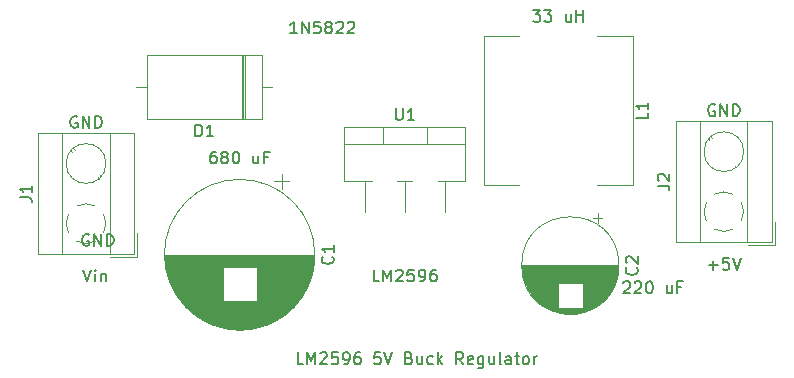
<source format=gbr>
%TF.GenerationSoftware,KiCad,Pcbnew,(6.0.2)*%
%TF.CreationDate,2022-08-07T03:14:06+03:00*%
%TF.ProjectId,LM2596_buck_5,4c4d3235-3936-45f6-9275-636b5f352e6b,v1.0*%
%TF.SameCoordinates,Original*%
%TF.FileFunction,Legend,Top*%
%TF.FilePolarity,Positive*%
%FSLAX46Y46*%
G04 Gerber Fmt 4.6, Leading zero omitted, Abs format (unit mm)*
G04 Created by KiCad (PCBNEW (6.0.2)) date 2022-08-07 03:14:06*
%MOMM*%
%LPD*%
G01*
G04 APERTURE LIST*
%ADD10C,0.150000*%
%ADD11C,0.120000*%
G04 APERTURE END LIST*
D10*
X122404761Y-116452380D02*
X121928571Y-116452380D01*
X121928571Y-115452380D01*
X122738095Y-116452380D02*
X122738095Y-115452380D01*
X123071428Y-116166666D01*
X123404761Y-115452380D01*
X123404761Y-116452380D01*
X123833333Y-115547619D02*
X123880952Y-115500000D01*
X123976190Y-115452380D01*
X124214285Y-115452380D01*
X124309523Y-115500000D01*
X124357142Y-115547619D01*
X124404761Y-115642857D01*
X124404761Y-115738095D01*
X124357142Y-115880952D01*
X123785714Y-116452380D01*
X124404761Y-116452380D01*
X125309523Y-115452380D02*
X124833333Y-115452380D01*
X124785714Y-115928571D01*
X124833333Y-115880952D01*
X124928571Y-115833333D01*
X125166666Y-115833333D01*
X125261904Y-115880952D01*
X125309523Y-115928571D01*
X125357142Y-116023809D01*
X125357142Y-116261904D01*
X125309523Y-116357142D01*
X125261904Y-116404761D01*
X125166666Y-116452380D01*
X124928571Y-116452380D01*
X124833333Y-116404761D01*
X124785714Y-116357142D01*
X125833333Y-116452380D02*
X126023809Y-116452380D01*
X126119047Y-116404761D01*
X126166666Y-116357142D01*
X126261904Y-116214285D01*
X126309523Y-116023809D01*
X126309523Y-115642857D01*
X126261904Y-115547619D01*
X126214285Y-115500000D01*
X126119047Y-115452380D01*
X125928571Y-115452380D01*
X125833333Y-115500000D01*
X125785714Y-115547619D01*
X125738095Y-115642857D01*
X125738095Y-115880952D01*
X125785714Y-115976190D01*
X125833333Y-116023809D01*
X125928571Y-116071428D01*
X126119047Y-116071428D01*
X126214285Y-116023809D01*
X126261904Y-115976190D01*
X126309523Y-115880952D01*
X127166666Y-115452380D02*
X126976190Y-115452380D01*
X126880952Y-115500000D01*
X126833333Y-115547619D01*
X126738095Y-115690476D01*
X126690476Y-115880952D01*
X126690476Y-116261904D01*
X126738095Y-116357142D01*
X126785714Y-116404761D01*
X126880952Y-116452380D01*
X127071428Y-116452380D01*
X127166666Y-116404761D01*
X127214285Y-116357142D01*
X127261904Y-116261904D01*
X127261904Y-116023809D01*
X127214285Y-115928571D01*
X127166666Y-115880952D01*
X127071428Y-115833333D01*
X126880952Y-115833333D01*
X126785714Y-115880952D01*
X126738095Y-115928571D01*
X126690476Y-116023809D01*
X128928571Y-115452380D02*
X128452380Y-115452380D01*
X128404761Y-115928571D01*
X128452380Y-115880952D01*
X128547619Y-115833333D01*
X128785714Y-115833333D01*
X128880952Y-115880952D01*
X128928571Y-115928571D01*
X128976190Y-116023809D01*
X128976190Y-116261904D01*
X128928571Y-116357142D01*
X128880952Y-116404761D01*
X128785714Y-116452380D01*
X128547619Y-116452380D01*
X128452380Y-116404761D01*
X128404761Y-116357142D01*
X129261904Y-115452380D02*
X129595238Y-116452380D01*
X129928571Y-115452380D01*
X131357142Y-115928571D02*
X131500000Y-115976190D01*
X131547619Y-116023809D01*
X131595238Y-116119047D01*
X131595238Y-116261904D01*
X131547619Y-116357142D01*
X131500000Y-116404761D01*
X131404761Y-116452380D01*
X131023809Y-116452380D01*
X131023809Y-115452380D01*
X131357142Y-115452380D01*
X131452380Y-115500000D01*
X131500000Y-115547619D01*
X131547619Y-115642857D01*
X131547619Y-115738095D01*
X131500000Y-115833333D01*
X131452380Y-115880952D01*
X131357142Y-115928571D01*
X131023809Y-115928571D01*
X132452380Y-115785714D02*
X132452380Y-116452380D01*
X132023809Y-115785714D02*
X132023809Y-116309523D01*
X132071428Y-116404761D01*
X132166666Y-116452380D01*
X132309523Y-116452380D01*
X132404761Y-116404761D01*
X132452380Y-116357142D01*
X133357142Y-116404761D02*
X133261904Y-116452380D01*
X133071428Y-116452380D01*
X132976190Y-116404761D01*
X132928571Y-116357142D01*
X132880952Y-116261904D01*
X132880952Y-115976190D01*
X132928571Y-115880952D01*
X132976190Y-115833333D01*
X133071428Y-115785714D01*
X133261904Y-115785714D01*
X133357142Y-115833333D01*
X133785714Y-116452380D02*
X133785714Y-115452380D01*
X133880952Y-116071428D02*
X134166666Y-116452380D01*
X134166666Y-115785714D02*
X133785714Y-116166666D01*
X135928571Y-116452380D02*
X135595238Y-115976190D01*
X135357142Y-116452380D02*
X135357142Y-115452380D01*
X135738095Y-115452380D01*
X135833333Y-115500000D01*
X135880952Y-115547619D01*
X135928571Y-115642857D01*
X135928571Y-115785714D01*
X135880952Y-115880952D01*
X135833333Y-115928571D01*
X135738095Y-115976190D01*
X135357142Y-115976190D01*
X136738095Y-116404761D02*
X136642857Y-116452380D01*
X136452380Y-116452380D01*
X136357142Y-116404761D01*
X136309523Y-116309523D01*
X136309523Y-115928571D01*
X136357142Y-115833333D01*
X136452380Y-115785714D01*
X136642857Y-115785714D01*
X136738095Y-115833333D01*
X136785714Y-115928571D01*
X136785714Y-116023809D01*
X136309523Y-116119047D01*
X137642857Y-115785714D02*
X137642857Y-116595238D01*
X137595238Y-116690476D01*
X137547619Y-116738095D01*
X137452380Y-116785714D01*
X137309523Y-116785714D01*
X137214285Y-116738095D01*
X137642857Y-116404761D02*
X137547619Y-116452380D01*
X137357142Y-116452380D01*
X137261904Y-116404761D01*
X137214285Y-116357142D01*
X137166666Y-116261904D01*
X137166666Y-115976190D01*
X137214285Y-115880952D01*
X137261904Y-115833333D01*
X137357142Y-115785714D01*
X137547619Y-115785714D01*
X137642857Y-115833333D01*
X138547619Y-115785714D02*
X138547619Y-116452380D01*
X138119047Y-115785714D02*
X138119047Y-116309523D01*
X138166666Y-116404761D01*
X138261904Y-116452380D01*
X138404761Y-116452380D01*
X138500000Y-116404761D01*
X138547619Y-116357142D01*
X139166666Y-116452380D02*
X139071428Y-116404761D01*
X139023809Y-116309523D01*
X139023809Y-115452380D01*
X139976190Y-116452380D02*
X139976190Y-115928571D01*
X139928571Y-115833333D01*
X139833333Y-115785714D01*
X139642857Y-115785714D01*
X139547619Y-115833333D01*
X139976190Y-116404761D02*
X139880952Y-116452380D01*
X139642857Y-116452380D01*
X139547619Y-116404761D01*
X139500000Y-116309523D01*
X139500000Y-116214285D01*
X139547619Y-116119047D01*
X139642857Y-116071428D01*
X139880952Y-116071428D01*
X139976190Y-116023809D01*
X140309523Y-115785714D02*
X140690476Y-115785714D01*
X140452380Y-115452380D02*
X140452380Y-116309523D01*
X140500000Y-116404761D01*
X140595238Y-116452380D01*
X140690476Y-116452380D01*
X141166666Y-116452380D02*
X141071428Y-116404761D01*
X141023809Y-116357142D01*
X140976190Y-116261904D01*
X140976190Y-115976190D01*
X141023809Y-115880952D01*
X141071428Y-115833333D01*
X141166666Y-115785714D01*
X141309523Y-115785714D01*
X141404761Y-115833333D01*
X141452380Y-115880952D01*
X141500000Y-115976190D01*
X141500000Y-116261904D01*
X141452380Y-116357142D01*
X141404761Y-116404761D01*
X141309523Y-116452380D01*
X141166666Y-116452380D01*
X141928571Y-116452380D02*
X141928571Y-115785714D01*
X141928571Y-115976190D02*
X141976190Y-115880952D01*
X142023809Y-115833333D01*
X142119047Y-115785714D01*
X142214285Y-115785714D01*
X103238095Y-95500000D02*
X103142857Y-95452380D01*
X103000000Y-95452380D01*
X102857142Y-95500000D01*
X102761904Y-95595238D01*
X102714285Y-95690476D01*
X102666666Y-95880952D01*
X102666666Y-96023809D01*
X102714285Y-96214285D01*
X102761904Y-96309523D01*
X102857142Y-96404761D01*
X103000000Y-96452380D01*
X103095238Y-96452380D01*
X103238095Y-96404761D01*
X103285714Y-96357142D01*
X103285714Y-96023809D01*
X103095238Y-96023809D01*
X103714285Y-96452380D02*
X103714285Y-95452380D01*
X104285714Y-96452380D01*
X104285714Y-95452380D01*
X104761904Y-96452380D02*
X104761904Y-95452380D01*
X105000000Y-95452380D01*
X105142857Y-95500000D01*
X105238095Y-95595238D01*
X105285714Y-95690476D01*
X105333333Y-95880952D01*
X105333333Y-96023809D01*
X105285714Y-96214285D01*
X105238095Y-96309523D01*
X105142857Y-96404761D01*
X105000000Y-96452380D01*
X104761904Y-96452380D01*
X157238095Y-94500000D02*
X157142857Y-94452380D01*
X157000000Y-94452380D01*
X156857142Y-94500000D01*
X156761904Y-94595238D01*
X156714285Y-94690476D01*
X156666666Y-94880952D01*
X156666666Y-95023809D01*
X156714285Y-95214285D01*
X156761904Y-95309523D01*
X156857142Y-95404761D01*
X157000000Y-95452380D01*
X157095238Y-95452380D01*
X157238095Y-95404761D01*
X157285714Y-95357142D01*
X157285714Y-95023809D01*
X157095238Y-95023809D01*
X157714285Y-95452380D02*
X157714285Y-94452380D01*
X158285714Y-95452380D01*
X158285714Y-94452380D01*
X158761904Y-95452380D02*
X158761904Y-94452380D01*
X159000000Y-94452380D01*
X159142857Y-94500000D01*
X159238095Y-94595238D01*
X159285714Y-94690476D01*
X159333333Y-94880952D01*
X159333333Y-95023809D01*
X159285714Y-95214285D01*
X159238095Y-95309523D01*
X159142857Y-95404761D01*
X159000000Y-95452380D01*
X158761904Y-95452380D01*
X104238095Y-105500000D02*
X104142857Y-105452380D01*
X104000000Y-105452380D01*
X103857142Y-105500000D01*
X103761904Y-105595238D01*
X103714285Y-105690476D01*
X103666666Y-105880952D01*
X103666666Y-106023809D01*
X103714285Y-106214285D01*
X103761904Y-106309523D01*
X103857142Y-106404761D01*
X104000000Y-106452380D01*
X104095238Y-106452380D01*
X104238095Y-106404761D01*
X104285714Y-106357142D01*
X104285714Y-106023809D01*
X104095238Y-106023809D01*
X104714285Y-106452380D02*
X104714285Y-105452380D01*
X105285714Y-106452380D01*
X105285714Y-105452380D01*
X105761904Y-106452380D02*
X105761904Y-105452380D01*
X106000000Y-105452380D01*
X106142857Y-105500000D01*
X106238095Y-105595238D01*
X106285714Y-105690476D01*
X106333333Y-105880952D01*
X106333333Y-106023809D01*
X106285714Y-106214285D01*
X106238095Y-106309523D01*
X106142857Y-106404761D01*
X106000000Y-106452380D01*
X105761904Y-106452380D01*
X114976190Y-98452380D02*
X114785714Y-98452380D01*
X114690476Y-98500000D01*
X114642857Y-98547619D01*
X114547619Y-98690476D01*
X114500000Y-98880952D01*
X114500000Y-99261904D01*
X114547619Y-99357142D01*
X114595238Y-99404761D01*
X114690476Y-99452380D01*
X114880952Y-99452380D01*
X114976190Y-99404761D01*
X115023809Y-99357142D01*
X115071428Y-99261904D01*
X115071428Y-99023809D01*
X115023809Y-98928571D01*
X114976190Y-98880952D01*
X114880952Y-98833333D01*
X114690476Y-98833333D01*
X114595238Y-98880952D01*
X114547619Y-98928571D01*
X114500000Y-99023809D01*
X115642857Y-98880952D02*
X115547619Y-98833333D01*
X115500000Y-98785714D01*
X115452380Y-98690476D01*
X115452380Y-98642857D01*
X115500000Y-98547619D01*
X115547619Y-98500000D01*
X115642857Y-98452380D01*
X115833333Y-98452380D01*
X115928571Y-98500000D01*
X115976190Y-98547619D01*
X116023809Y-98642857D01*
X116023809Y-98690476D01*
X115976190Y-98785714D01*
X115928571Y-98833333D01*
X115833333Y-98880952D01*
X115642857Y-98880952D01*
X115547619Y-98928571D01*
X115500000Y-98976190D01*
X115452380Y-99071428D01*
X115452380Y-99261904D01*
X115500000Y-99357142D01*
X115547619Y-99404761D01*
X115642857Y-99452380D01*
X115833333Y-99452380D01*
X115928571Y-99404761D01*
X115976190Y-99357142D01*
X116023809Y-99261904D01*
X116023809Y-99071428D01*
X115976190Y-98976190D01*
X115928571Y-98928571D01*
X115833333Y-98880952D01*
X116642857Y-98452380D02*
X116738095Y-98452380D01*
X116833333Y-98500000D01*
X116880952Y-98547619D01*
X116928571Y-98642857D01*
X116976190Y-98833333D01*
X116976190Y-99071428D01*
X116928571Y-99261904D01*
X116880952Y-99357142D01*
X116833333Y-99404761D01*
X116738095Y-99452380D01*
X116642857Y-99452380D01*
X116547619Y-99404761D01*
X116500000Y-99357142D01*
X116452380Y-99261904D01*
X116404761Y-99071428D01*
X116404761Y-98833333D01*
X116452380Y-98642857D01*
X116500000Y-98547619D01*
X116547619Y-98500000D01*
X116642857Y-98452380D01*
X118595238Y-98785714D02*
X118595238Y-99452380D01*
X118166666Y-98785714D02*
X118166666Y-99309523D01*
X118214285Y-99404761D01*
X118309523Y-99452380D01*
X118452380Y-99452380D01*
X118547619Y-99404761D01*
X118595238Y-99357142D01*
X119404761Y-98928571D02*
X119071428Y-98928571D01*
X119071428Y-99452380D02*
X119071428Y-98452380D01*
X119547619Y-98452380D01*
X128833333Y-109452380D02*
X128357142Y-109452380D01*
X128357142Y-108452380D01*
X129166666Y-109452380D02*
X129166666Y-108452380D01*
X129500000Y-109166666D01*
X129833333Y-108452380D01*
X129833333Y-109452380D01*
X130261904Y-108547619D02*
X130309523Y-108500000D01*
X130404761Y-108452380D01*
X130642857Y-108452380D01*
X130738095Y-108500000D01*
X130785714Y-108547619D01*
X130833333Y-108642857D01*
X130833333Y-108738095D01*
X130785714Y-108880952D01*
X130214285Y-109452380D01*
X130833333Y-109452380D01*
X131738095Y-108452380D02*
X131261904Y-108452380D01*
X131214285Y-108928571D01*
X131261904Y-108880952D01*
X131357142Y-108833333D01*
X131595238Y-108833333D01*
X131690476Y-108880952D01*
X131738095Y-108928571D01*
X131785714Y-109023809D01*
X131785714Y-109261904D01*
X131738095Y-109357142D01*
X131690476Y-109404761D01*
X131595238Y-109452380D01*
X131357142Y-109452380D01*
X131261904Y-109404761D01*
X131214285Y-109357142D01*
X132261904Y-109452380D02*
X132452380Y-109452380D01*
X132547619Y-109404761D01*
X132595238Y-109357142D01*
X132690476Y-109214285D01*
X132738095Y-109023809D01*
X132738095Y-108642857D01*
X132690476Y-108547619D01*
X132642857Y-108500000D01*
X132547619Y-108452380D01*
X132357142Y-108452380D01*
X132261904Y-108500000D01*
X132214285Y-108547619D01*
X132166666Y-108642857D01*
X132166666Y-108880952D01*
X132214285Y-108976190D01*
X132261904Y-109023809D01*
X132357142Y-109071428D01*
X132547619Y-109071428D01*
X132642857Y-109023809D01*
X132690476Y-108976190D01*
X132738095Y-108880952D01*
X133595238Y-108452380D02*
X133404761Y-108452380D01*
X133309523Y-108500000D01*
X133261904Y-108547619D01*
X133166666Y-108690476D01*
X133119047Y-108880952D01*
X133119047Y-109261904D01*
X133166666Y-109357142D01*
X133214285Y-109404761D01*
X133309523Y-109452380D01*
X133500000Y-109452380D01*
X133595238Y-109404761D01*
X133642857Y-109357142D01*
X133690476Y-109261904D01*
X133690476Y-109023809D01*
X133642857Y-108928571D01*
X133595238Y-108880952D01*
X133500000Y-108833333D01*
X133309523Y-108833333D01*
X133214285Y-108880952D01*
X133166666Y-108928571D01*
X133119047Y-109023809D01*
X149500000Y-109547619D02*
X149547619Y-109500000D01*
X149642857Y-109452380D01*
X149880952Y-109452380D01*
X149976190Y-109500000D01*
X150023809Y-109547619D01*
X150071428Y-109642857D01*
X150071428Y-109738095D01*
X150023809Y-109880952D01*
X149452380Y-110452380D01*
X150071428Y-110452380D01*
X150452380Y-109547619D02*
X150500000Y-109500000D01*
X150595238Y-109452380D01*
X150833333Y-109452380D01*
X150928571Y-109500000D01*
X150976190Y-109547619D01*
X151023809Y-109642857D01*
X151023809Y-109738095D01*
X150976190Y-109880952D01*
X150404761Y-110452380D01*
X151023809Y-110452380D01*
X151642857Y-109452380D02*
X151738095Y-109452380D01*
X151833333Y-109500000D01*
X151880952Y-109547619D01*
X151928571Y-109642857D01*
X151976190Y-109833333D01*
X151976190Y-110071428D01*
X151928571Y-110261904D01*
X151880952Y-110357142D01*
X151833333Y-110404761D01*
X151738095Y-110452380D01*
X151642857Y-110452380D01*
X151547619Y-110404761D01*
X151500000Y-110357142D01*
X151452380Y-110261904D01*
X151404761Y-110071428D01*
X151404761Y-109833333D01*
X151452380Y-109642857D01*
X151500000Y-109547619D01*
X151547619Y-109500000D01*
X151642857Y-109452380D01*
X153595238Y-109785714D02*
X153595238Y-110452380D01*
X153166666Y-109785714D02*
X153166666Y-110309523D01*
X153214285Y-110404761D01*
X153309523Y-110452380D01*
X153452380Y-110452380D01*
X153547619Y-110404761D01*
X153595238Y-110357142D01*
X154404761Y-109928571D02*
X154071428Y-109928571D01*
X154071428Y-110452380D02*
X154071428Y-109452380D01*
X154547619Y-109452380D01*
X156714285Y-108071428D02*
X157476190Y-108071428D01*
X157095238Y-108452380D02*
X157095238Y-107690476D01*
X158428571Y-107452380D02*
X157952380Y-107452380D01*
X157904761Y-107928571D01*
X157952380Y-107880952D01*
X158047619Y-107833333D01*
X158285714Y-107833333D01*
X158380952Y-107880952D01*
X158428571Y-107928571D01*
X158476190Y-108023809D01*
X158476190Y-108261904D01*
X158428571Y-108357142D01*
X158380952Y-108404761D01*
X158285714Y-108452380D01*
X158047619Y-108452380D01*
X157952380Y-108404761D01*
X157904761Y-108357142D01*
X158761904Y-107452380D02*
X159095238Y-108452380D01*
X159428571Y-107452380D01*
X141833333Y-86452380D02*
X142452380Y-86452380D01*
X142119047Y-86833333D01*
X142261904Y-86833333D01*
X142357142Y-86880952D01*
X142404761Y-86928571D01*
X142452380Y-87023809D01*
X142452380Y-87261904D01*
X142404761Y-87357142D01*
X142357142Y-87404761D01*
X142261904Y-87452380D01*
X141976190Y-87452380D01*
X141880952Y-87404761D01*
X141833333Y-87357142D01*
X142785714Y-86452380D02*
X143404761Y-86452380D01*
X143071428Y-86833333D01*
X143214285Y-86833333D01*
X143309523Y-86880952D01*
X143357142Y-86928571D01*
X143404761Y-87023809D01*
X143404761Y-87261904D01*
X143357142Y-87357142D01*
X143309523Y-87404761D01*
X143214285Y-87452380D01*
X142928571Y-87452380D01*
X142833333Y-87404761D01*
X142785714Y-87357142D01*
X145023809Y-86785714D02*
X145023809Y-87452380D01*
X144595238Y-86785714D02*
X144595238Y-87309523D01*
X144642857Y-87404761D01*
X144738095Y-87452380D01*
X144880952Y-87452380D01*
X144976190Y-87404761D01*
X145023809Y-87357142D01*
X145500000Y-87452380D02*
X145500000Y-86452380D01*
X145500000Y-86928571D02*
X146071428Y-86928571D01*
X146071428Y-87452380D02*
X146071428Y-86452380D01*
X121857142Y-88452380D02*
X121285714Y-88452380D01*
X121571428Y-88452380D02*
X121571428Y-87452380D01*
X121476190Y-87595238D01*
X121380952Y-87690476D01*
X121285714Y-87738095D01*
X122285714Y-88452380D02*
X122285714Y-87452380D01*
X122857142Y-88452380D01*
X122857142Y-87452380D01*
X123809523Y-87452380D02*
X123333333Y-87452380D01*
X123285714Y-87928571D01*
X123333333Y-87880952D01*
X123428571Y-87833333D01*
X123666666Y-87833333D01*
X123761904Y-87880952D01*
X123809523Y-87928571D01*
X123857142Y-88023809D01*
X123857142Y-88261904D01*
X123809523Y-88357142D01*
X123761904Y-88404761D01*
X123666666Y-88452380D01*
X123428571Y-88452380D01*
X123333333Y-88404761D01*
X123285714Y-88357142D01*
X124428571Y-87880952D02*
X124333333Y-87833333D01*
X124285714Y-87785714D01*
X124238095Y-87690476D01*
X124238095Y-87642857D01*
X124285714Y-87547619D01*
X124333333Y-87500000D01*
X124428571Y-87452380D01*
X124619047Y-87452380D01*
X124714285Y-87500000D01*
X124761904Y-87547619D01*
X124809523Y-87642857D01*
X124809523Y-87690476D01*
X124761904Y-87785714D01*
X124714285Y-87833333D01*
X124619047Y-87880952D01*
X124428571Y-87880952D01*
X124333333Y-87928571D01*
X124285714Y-87976190D01*
X124238095Y-88071428D01*
X124238095Y-88261904D01*
X124285714Y-88357142D01*
X124333333Y-88404761D01*
X124428571Y-88452380D01*
X124619047Y-88452380D01*
X124714285Y-88404761D01*
X124761904Y-88357142D01*
X124809523Y-88261904D01*
X124809523Y-88071428D01*
X124761904Y-87976190D01*
X124714285Y-87928571D01*
X124619047Y-87880952D01*
X125190476Y-87547619D02*
X125238095Y-87500000D01*
X125333333Y-87452380D01*
X125571428Y-87452380D01*
X125666666Y-87500000D01*
X125714285Y-87547619D01*
X125761904Y-87642857D01*
X125761904Y-87738095D01*
X125714285Y-87880952D01*
X125142857Y-88452380D01*
X125761904Y-88452380D01*
X126142857Y-87547619D02*
X126190476Y-87500000D01*
X126285714Y-87452380D01*
X126523809Y-87452380D01*
X126619047Y-87500000D01*
X126666666Y-87547619D01*
X126714285Y-87642857D01*
X126714285Y-87738095D01*
X126666666Y-87880952D01*
X126095238Y-88452380D01*
X126714285Y-88452380D01*
X103765279Y-108452380D02*
X104098612Y-109452380D01*
X104431946Y-108452380D01*
X104765279Y-109452380D02*
X104765279Y-108785714D01*
X104765279Y-108452380D02*
X104717660Y-108500000D01*
X104765279Y-108547619D01*
X104812898Y-108500000D01*
X104765279Y-108452380D01*
X104765279Y-108547619D01*
X105241469Y-108785714D02*
X105241469Y-109452380D01*
X105241469Y-108880952D02*
X105289089Y-108833333D01*
X105384327Y-108785714D01*
X105527184Y-108785714D01*
X105622422Y-108833333D01*
X105670041Y-108928571D01*
X105670041Y-109452380D01*
%TO.C,J2*%
X152392380Y-101338333D02*
X153106666Y-101338333D01*
X153249523Y-101385952D01*
X153344761Y-101481190D01*
X153392380Y-101624047D01*
X153392380Y-101719285D01*
X152487619Y-100909761D02*
X152440000Y-100862142D01*
X152392380Y-100766904D01*
X152392380Y-100528809D01*
X152440000Y-100433571D01*
X152487619Y-100385952D01*
X152582857Y-100338333D01*
X152678095Y-100338333D01*
X152820952Y-100385952D01*
X153392380Y-100957380D01*
X153392380Y-100338333D01*
%TO.C,U1*%
X130238095Y-94782380D02*
X130238095Y-95591904D01*
X130285714Y-95687142D01*
X130333333Y-95734761D01*
X130428571Y-95782380D01*
X130619047Y-95782380D01*
X130714285Y-95734761D01*
X130761904Y-95687142D01*
X130809523Y-95591904D01*
X130809523Y-94782380D01*
X131809523Y-95782380D02*
X131238095Y-95782380D01*
X131523809Y-95782380D02*
X131523809Y-94782380D01*
X131428571Y-94925238D01*
X131333333Y-95020476D01*
X131238095Y-95068095D01*
%TO.C,C2*%
X150607142Y-108264015D02*
X150654761Y-108311634D01*
X150702380Y-108454491D01*
X150702380Y-108549729D01*
X150654761Y-108692587D01*
X150559523Y-108787825D01*
X150464285Y-108835444D01*
X150273809Y-108883063D01*
X150130952Y-108883063D01*
X149940476Y-108835444D01*
X149845238Y-108787825D01*
X149750000Y-108692587D01*
X149702380Y-108549729D01*
X149702380Y-108454491D01*
X149750000Y-108311634D01*
X149797619Y-108264015D01*
X149797619Y-107883063D02*
X149750000Y-107835444D01*
X149702380Y-107740206D01*
X149702380Y-107502110D01*
X149750000Y-107406872D01*
X149797619Y-107359253D01*
X149892857Y-107311634D01*
X149988095Y-107311634D01*
X150130952Y-107359253D01*
X150702380Y-107930682D01*
X150702380Y-107311634D01*
%TO.C,J1*%
X98392380Y-102338333D02*
X99106666Y-102338333D01*
X99249523Y-102385952D01*
X99344761Y-102481190D01*
X99392380Y-102624047D01*
X99392380Y-102719285D01*
X99392380Y-101338333D02*
X99392380Y-101909761D01*
X99392380Y-101624047D02*
X98392380Y-101624047D01*
X98535238Y-101719285D01*
X98630476Y-101814523D01*
X98678095Y-101909761D01*
%TO.C,D1*%
X113261904Y-97172380D02*
X113261904Y-96172380D01*
X113500000Y-96172380D01*
X113642857Y-96220000D01*
X113738095Y-96315238D01*
X113785714Y-96410476D01*
X113833333Y-96600952D01*
X113833333Y-96743809D01*
X113785714Y-96934285D01*
X113738095Y-97029523D01*
X113642857Y-97124761D01*
X113500000Y-97172380D01*
X113261904Y-97172380D01*
X114785714Y-97172380D02*
X114214285Y-97172380D01*
X114500000Y-97172380D02*
X114500000Y-96172380D01*
X114404761Y-96315238D01*
X114309523Y-96410476D01*
X114214285Y-96458095D01*
%TO.C,L1*%
X151552380Y-95166666D02*
X151552380Y-95642857D01*
X150552380Y-95642857D01*
X151552380Y-94309523D02*
X151552380Y-94880952D01*
X151552380Y-94595238D02*
X150552380Y-94595238D01*
X150695238Y-94690476D01*
X150790476Y-94785714D01*
X150838095Y-94880952D01*
%TO.C,C1*%
X124857142Y-107342707D02*
X124904761Y-107390326D01*
X124952380Y-107533183D01*
X124952380Y-107628421D01*
X124904761Y-107771279D01*
X124809523Y-107866517D01*
X124714285Y-107914136D01*
X124523809Y-107961755D01*
X124380952Y-107961755D01*
X124190476Y-107914136D01*
X124095238Y-107866517D01*
X124000000Y-107771279D01*
X123952380Y-107628421D01*
X123952380Y-107533183D01*
X124000000Y-107390326D01*
X124047619Y-107342707D01*
X124952380Y-106390326D02*
X124952380Y-106961755D01*
X124952380Y-106676041D02*
X123952380Y-106676041D01*
X124095238Y-106771279D01*
X124190476Y-106866517D01*
X124238095Y-106961755D01*
D11*
%TO.C,J2*%
X156000000Y-106145000D02*
X156000000Y-95865000D01*
X160000000Y-106145000D02*
X160000000Y-95865000D01*
X153940000Y-106145000D02*
X162060000Y-106145000D01*
X162300000Y-106385000D02*
X162300000Y-104385000D01*
X158976000Y-99645000D02*
X159069000Y-99739000D01*
X162060000Y-106145000D02*
X162060000Y-95865000D01*
X156931000Y-97190000D02*
X157024000Y-97284000D01*
X159216000Y-99475000D02*
X159274000Y-99534000D01*
X153940000Y-95865000D02*
X162060000Y-95865000D01*
X153940000Y-106145000D02*
X153940000Y-95865000D01*
X160060000Y-106385000D02*
X162300000Y-106385000D01*
X156725000Y-97395000D02*
X156784000Y-97454000D01*
X156516000Y-102756000D02*
G75*
G03*
X156516047Y-104334089I1483995J-789000D01*
G01*
X158789000Y-102061000D02*
G75*
G03*
X157210911Y-102061047I-789000J-1483995D01*
G01*
X159680000Y-103545000D02*
G75*
G03*
X159483352Y-102756288I-1679991J2D01*
G01*
X159484000Y-104334000D02*
G75*
G03*
X159680450Y-103515617I-1483995J788998D01*
G01*
X157211000Y-105029000D02*
G75*
G03*
X158789089Y-105028953I789000J1483995D01*
G01*
X159680000Y-98465000D02*
G75*
G03*
X159680000Y-98465000I-1680000J0D01*
G01*
%TO.C,U1*%
X136120000Y-96330000D02*
X136120000Y-100971000D01*
X127600000Y-100971000D02*
X127600000Y-103601000D01*
X134400000Y-100971000D02*
X134400000Y-103585000D01*
X125879000Y-97839000D02*
X136120000Y-97839000D01*
X130365000Y-100971000D02*
X131635000Y-100971000D01*
X131000000Y-100971000D02*
X131000000Y-103585000D01*
X133765000Y-100971000D02*
X136120000Y-100971000D01*
X125879000Y-100971000D02*
X128235000Y-100971000D01*
X132850000Y-96330000D02*
X132850000Y-97839000D01*
X129150000Y-96330000D02*
X129150000Y-97839000D01*
X125879000Y-96330000D02*
X136120000Y-96330000D01*
X125879000Y-96330000D02*
X125879000Y-100971000D01*
%TO.C,C2*%
X143960000Y-110578349D02*
X141750000Y-110578349D01*
X143960000Y-110698349D02*
X141844000Y-110698349D01*
X148985000Y-108978349D02*
X141015000Y-108978349D01*
X148562000Y-110098349D02*
X146040000Y-110098349D01*
X143960000Y-110498349D02*
X141691000Y-110498349D01*
X146645000Y-111858349D02*
X143355000Y-111858349D01*
X149077000Y-108257349D02*
X140923000Y-108257349D01*
X148976000Y-109018349D02*
X141024000Y-109018349D01*
X149052000Y-108577349D02*
X140948000Y-108577349D01*
X143960000Y-110258349D02*
X141531000Y-110258349D01*
X148821000Y-109538349D02*
X141179000Y-109538349D01*
X146813000Y-111778349D02*
X143187000Y-111778349D01*
X145948000Y-112098349D02*
X144052000Y-112098349D01*
X148835000Y-109498349D02*
X141165000Y-109498349D01*
X147945000Y-110938349D02*
X146040000Y-110938349D01*
X147715000Y-104087651D02*
X146915000Y-104087651D01*
X148722000Y-109778349D02*
X146040000Y-109778349D01*
X143960000Y-111458349D02*
X142655000Y-111458349D01*
X147166000Y-111578349D02*
X146040000Y-111578349D01*
X143960000Y-111178349D02*
X142303000Y-111178349D01*
X143960000Y-110418349D02*
X141635000Y-110418349D01*
X147907000Y-110978349D02*
X146040000Y-110978349D01*
X148889000Y-109338349D02*
X141111000Y-109338349D01*
X148189000Y-110658349D02*
X146040000Y-110658349D01*
X143960000Y-109698349D02*
X141243000Y-109698349D01*
X148019000Y-110858349D02*
X146040000Y-110858349D01*
X147651000Y-111218349D02*
X146040000Y-111218349D01*
X148365000Y-110418349D02*
X146040000Y-110418349D01*
X149057000Y-108537349D02*
X140943000Y-108537349D01*
X143960000Y-111418349D02*
X142600000Y-111418349D01*
X148790000Y-109618349D02*
X146040000Y-109618349D01*
X148925000Y-109218349D02*
X141075000Y-109218349D01*
X143960000Y-110938349D02*
X142055000Y-110938349D01*
X143960000Y-110778349D02*
X141910000Y-110778349D01*
X148877000Y-109378349D02*
X141123000Y-109378349D01*
X146731000Y-111818349D02*
X143269000Y-111818349D01*
X143960000Y-109818349D02*
X141296000Y-109818349D01*
X143960000Y-111098349D02*
X142216000Y-111098349D01*
X148740000Y-109738349D02*
X146040000Y-109738349D01*
X149042000Y-108657349D02*
X140958000Y-108657349D01*
X143960000Y-109738349D02*
X141260000Y-109738349D01*
X143960000Y-111298349D02*
X142444000Y-111298349D01*
X149037000Y-108697349D02*
X140963000Y-108697349D01*
X148309000Y-110498349D02*
X146040000Y-110498349D01*
X146552000Y-111898349D02*
X143448000Y-111898349D01*
X149080000Y-108097349D02*
X140920000Y-108097349D01*
X143960000Y-110818349D02*
X141945000Y-110818349D01*
X143960000Y-109978349D02*
X141373000Y-109978349D01*
X143960000Y-111338349D02*
X142495000Y-111338349D01*
X147400000Y-111418349D02*
X146040000Y-111418349D01*
X148686000Y-109858349D02*
X146040000Y-109858349D01*
X148850000Y-109458349D02*
X141150000Y-109458349D01*
X143960000Y-109858349D02*
X141314000Y-109858349D01*
X148156000Y-110698349D02*
X146040000Y-110698349D01*
X148540000Y-110138349D02*
X146040000Y-110138349D01*
X148517000Y-110178349D02*
X146040000Y-110178349D01*
X143960000Y-109898349D02*
X141334000Y-109898349D01*
X143960000Y-109938349D02*
X141353000Y-109938349D01*
X148947000Y-109138349D02*
X141053000Y-109138349D01*
X147826000Y-111058349D02*
X146040000Y-111058349D01*
X143960000Y-109618349D02*
X141210000Y-109618349D01*
X149068000Y-108417349D02*
X140932000Y-108417349D01*
X143960000Y-111618349D02*
X142898000Y-111618349D01*
X148863000Y-109418349D02*
X141137000Y-109418349D01*
X149080000Y-108137349D02*
X140920000Y-108137349D01*
X148666000Y-109898349D02*
X146040000Y-109898349D01*
X149030000Y-108737349D02*
X140970000Y-108737349D01*
X148902000Y-109298349D02*
X141098000Y-109298349D01*
X148280000Y-110538349D02*
X146040000Y-110538349D01*
X146229000Y-112018349D02*
X143771000Y-112018349D01*
X148493000Y-110218349D02*
X146040000Y-110218349D01*
X148957000Y-109098349D02*
X141043000Y-109098349D01*
X149080000Y-108177349D02*
X140920000Y-108177349D01*
X143960000Y-110898349D02*
X142017000Y-110898349D01*
X143960000Y-110618349D02*
X141780000Y-110618349D01*
X148090000Y-110778349D02*
X146040000Y-110778349D01*
X147102000Y-111618349D02*
X146040000Y-111618349D01*
X147556000Y-111298349D02*
X146040000Y-111298349D01*
X143960000Y-111498349D02*
X142713000Y-111498349D01*
X147315000Y-103687651D02*
X147315000Y-104487651D01*
X148967000Y-109058349D02*
X141033000Y-109058349D01*
X149048000Y-108617349D02*
X140952000Y-108617349D01*
X147228000Y-111538349D02*
X146040000Y-111538349D01*
X147287000Y-111498349D02*
X146040000Y-111498349D01*
X148805000Y-109578349D02*
X146040000Y-109578349D01*
X149071000Y-108377349D02*
X140929000Y-108377349D01*
X148055000Y-110818349D02*
X146040000Y-110818349D01*
X148444000Y-110298349D02*
X146040000Y-110298349D01*
X147741000Y-111138349D02*
X146040000Y-111138349D01*
X143960000Y-110458349D02*
X141662000Y-110458349D01*
X143960000Y-110378349D02*
X141608000Y-110378349D01*
X146453000Y-111938349D02*
X143547000Y-111938349D01*
X146964000Y-111698349D02*
X143036000Y-111698349D01*
X143960000Y-110218349D02*
X141507000Y-110218349D01*
X146098000Y-112058349D02*
X143902000Y-112058349D01*
X143960000Y-111018349D02*
X142133000Y-111018349D01*
X148757000Y-109698349D02*
X146040000Y-109698349D01*
X148704000Y-109818349D02*
X146040000Y-109818349D01*
X147454000Y-111378349D02*
X146040000Y-111378349D01*
X143960000Y-111378349D02*
X142546000Y-111378349D01*
X149061000Y-108497349D02*
X140939000Y-108497349D01*
X148469000Y-110258349D02*
X146040000Y-110258349D01*
X149065000Y-108457349D02*
X140935000Y-108457349D01*
X143960000Y-110538349D02*
X141720000Y-110538349D01*
X143960000Y-111058349D02*
X142174000Y-111058349D01*
X148606000Y-110018349D02*
X146040000Y-110018349D01*
X148627000Y-109978349D02*
X146040000Y-109978349D01*
X147784000Y-111098349D02*
X146040000Y-111098349D01*
X147697000Y-111178349D02*
X146040000Y-111178349D01*
X148250000Y-110578349D02*
X146040000Y-110578349D01*
X149010000Y-108858349D02*
X140990000Y-108858349D01*
X143960000Y-110978349D02*
X142093000Y-110978349D01*
X148774000Y-109658349D02*
X146040000Y-109658349D01*
X143960000Y-110018349D02*
X141394000Y-110018349D01*
X149079000Y-108217349D02*
X140921000Y-108217349D01*
X143960000Y-111258349D02*
X142396000Y-111258349D01*
X148994000Y-108938349D02*
X141006000Y-108938349D01*
X143960000Y-109778349D02*
X141278000Y-109778349D01*
X148392000Y-110378349D02*
X146040000Y-110378349D01*
X147983000Y-110898349D02*
X146040000Y-110898349D01*
X148914000Y-109258349D02*
X141086000Y-109258349D01*
X145533000Y-112178349D02*
X144467000Y-112178349D01*
X143960000Y-109578349D02*
X141195000Y-109578349D01*
X149024000Y-108777349D02*
X140976000Y-108777349D01*
X143960000Y-110338349D02*
X141582000Y-110338349D01*
X146346000Y-111978349D02*
X143654000Y-111978349D01*
X143960000Y-111538349D02*
X142772000Y-111538349D01*
X143960000Y-111578349D02*
X142834000Y-111578349D01*
X143960000Y-110658349D02*
X141811000Y-110658349D01*
X148418000Y-110338349D02*
X146040000Y-110338349D01*
X149076000Y-108297349D02*
X140924000Y-108297349D01*
X147604000Y-111258349D02*
X146040000Y-111258349D01*
X145768000Y-112138349D02*
X144232000Y-112138349D01*
X143960000Y-110058349D02*
X141416000Y-110058349D01*
X149074000Y-108337349D02*
X140926000Y-108337349D01*
X149017000Y-108818349D02*
X140983000Y-108818349D01*
X148647000Y-109938349D02*
X146040000Y-109938349D01*
X148936000Y-109178349D02*
X141064000Y-109178349D01*
X146890000Y-111738349D02*
X143110000Y-111738349D01*
X143960000Y-111138349D02*
X142259000Y-111138349D01*
X147034000Y-111658349D02*
X142966000Y-111658349D01*
X147505000Y-111338349D02*
X146040000Y-111338349D01*
X143960000Y-111218349D02*
X142349000Y-111218349D01*
X148338000Y-110458349D02*
X146040000Y-110458349D01*
X148220000Y-110618349D02*
X146040000Y-110618349D01*
X143960000Y-110098349D02*
X141438000Y-110098349D01*
X148124000Y-110738349D02*
X146040000Y-110738349D01*
X148584000Y-110058349D02*
X146040000Y-110058349D01*
X147345000Y-111458349D02*
X146040000Y-111458349D01*
X143960000Y-109658349D02*
X141226000Y-109658349D01*
X143960000Y-110138349D02*
X141460000Y-110138349D01*
X143960000Y-110178349D02*
X141483000Y-110178349D01*
X143960000Y-110858349D02*
X141981000Y-110858349D01*
X143960000Y-110298349D02*
X141556000Y-110298349D01*
X143960000Y-110738349D02*
X141876000Y-110738349D01*
X149002000Y-108898349D02*
X140998000Y-108898349D01*
X147867000Y-111018349D02*
X146040000Y-111018349D01*
X149120000Y-108097349D02*
G75*
G03*
X149120000Y-108097349I-4120000J0D01*
G01*
%TO.C,J1*%
X105680000Y-99465000D02*
G75*
G03*
X105680000Y-99465000I-1680000J0D01*
G01*
X104789000Y-103061000D02*
G75*
G03*
X103210911Y-103061047I-789000J-1483995D01*
G01*
X103211000Y-106029000D02*
G75*
G03*
X104789089Y-106028953I789000J1483995D01*
G01*
X105680000Y-104545000D02*
G75*
G03*
X105483352Y-103756288I-1679991J2D01*
G01*
X105484000Y-105334000D02*
G75*
G03*
X105680450Y-104515617I-1483995J788998D01*
G01*
X102516000Y-103756000D02*
G75*
G03*
X102516047Y-105334089I1483995J-789000D01*
G01*
X102725000Y-98395000D02*
X102784000Y-98454000D01*
X99940000Y-96865000D02*
X108060000Y-96865000D01*
X104976000Y-100645000D02*
X105069000Y-100739000D01*
X99940000Y-107145000D02*
X108060000Y-107145000D01*
X105216000Y-100475000D02*
X105274000Y-100534000D01*
X106000000Y-107145000D02*
X106000000Y-96865000D01*
X108300000Y-107385000D02*
X108300000Y-105385000D01*
X102000000Y-107145000D02*
X102000000Y-96865000D01*
X99940000Y-107145000D02*
X99940000Y-96865000D01*
X102931000Y-98190000D02*
X103024000Y-98284000D01*
X108060000Y-107145000D02*
X108060000Y-96865000D01*
X106060000Y-107385000D02*
X108300000Y-107385000D01*
%TO.C,D1*%
X117445000Y-95720000D02*
X117445000Y-90280000D01*
X109130000Y-95720000D02*
X118870000Y-95720000D01*
X118870000Y-95720000D02*
X118870000Y-90280000D01*
X118870000Y-90280000D02*
X109130000Y-90280000D01*
X119780000Y-93000000D02*
X118870000Y-93000000D01*
X117325000Y-95720000D02*
X117325000Y-90280000D01*
X117205000Y-95720000D02*
X117205000Y-90280000D01*
X109130000Y-90280000D02*
X109130000Y-95720000D01*
X108220000Y-93000000D02*
X109130000Y-93000000D01*
%TO.C,L1*%
X150300000Y-101300000D02*
X147300000Y-101300000D01*
X147300000Y-88700000D02*
X150300000Y-88700000D01*
X137700000Y-88700000D02*
X140700000Y-88700000D01*
X140700000Y-101300000D02*
X137700000Y-101300000D01*
X150300000Y-88700000D02*
X150300000Y-101300000D01*
X137700000Y-101300000D02*
X137700000Y-88700000D01*
%TO.C,C1*%
X119312000Y-113097041D02*
X114688000Y-113097041D01*
X115560000Y-109217041D02*
X111005000Y-109217041D01*
X122828000Y-109657041D02*
X118440000Y-109657041D01*
X115560000Y-110497041D02*
X111603000Y-110497041D01*
X122012000Y-111057041D02*
X118440000Y-111057041D01*
X121449000Y-111697041D02*
X112551000Y-111697041D01*
X115560000Y-110337041D02*
X111509000Y-110337041D01*
X122421000Y-110457041D02*
X118440000Y-110457041D01*
X123201000Y-108457041D02*
X118440000Y-108457041D01*
X119504000Y-113017041D02*
X114496000Y-113017041D01*
X123306000Y-107736041D02*
X110694000Y-107736041D01*
X121918000Y-111177041D02*
X112082000Y-111177041D01*
X115560000Y-110897041D02*
X111869000Y-110897041D01*
X120140000Y-112697041D02*
X113860000Y-112697041D01*
X121408000Y-111737041D02*
X112592000Y-111737041D01*
X115560000Y-108977041D02*
X110929000Y-108977041D01*
X123245000Y-108217041D02*
X110755000Y-108217041D01*
X115560000Y-109377041D02*
X111061000Y-109377041D01*
X115560000Y-109857041D02*
X111261000Y-109857041D01*
X117317000Y-113537041D02*
X116683000Y-113537041D01*
X120696000Y-112337041D02*
X113304000Y-112337041D01*
X115560000Y-108897041D02*
X110906000Y-108897041D01*
X122811000Y-109697041D02*
X118440000Y-109697041D01*
X122491000Y-110337041D02*
X118440000Y-110337041D01*
X122188000Y-110817041D02*
X118440000Y-110817041D01*
X123280000Y-107977041D02*
X110720000Y-107977041D01*
X123285000Y-107937041D02*
X110715000Y-107937041D01*
X122682000Y-109977041D02*
X118440000Y-109977041D01*
X115560000Y-110217041D02*
X111442000Y-110217041D01*
X115560000Y-110377041D02*
X111532000Y-110377041D01*
X123059000Y-109017041D02*
X118440000Y-109017041D01*
X119921000Y-112817041D02*
X114079000Y-112817041D01*
X122243000Y-110737041D02*
X118440000Y-110737041D01*
X123008000Y-109177041D02*
X118440000Y-109177041D01*
X119100000Y-113177041D02*
X114900000Y-113177041D01*
X122967000Y-109297041D02*
X118440000Y-109297041D01*
X115560000Y-110777041D02*
X111784000Y-110777041D01*
X122662000Y-110017041D02*
X118440000Y-110017041D01*
X115560000Y-109417041D02*
X111076000Y-109417041D01*
X122468000Y-110377041D02*
X118440000Y-110377041D01*
X123146000Y-108697041D02*
X118440000Y-108697041D01*
X123309000Y-107696041D02*
X110691000Y-107696041D01*
X115560000Y-109977041D02*
X111318000Y-109977041D01*
X121567000Y-111577041D02*
X112433000Y-111577041D01*
X123105000Y-108857041D02*
X118440000Y-108857041D01*
X122601000Y-110137041D02*
X118440000Y-110137041D01*
X122861000Y-109577041D02*
X118440000Y-109577041D01*
X123216000Y-108377041D02*
X118440000Y-108377041D01*
X121007000Y-112097041D02*
X112993000Y-112097041D01*
X115560000Y-109097041D02*
X110966000Y-109097041D01*
X115560000Y-108537041D02*
X110816000Y-108537041D01*
X115560000Y-108377041D02*
X110784000Y-108377041D01*
X115560000Y-109457041D02*
X111092000Y-109457041D01*
X120464000Y-112497041D02*
X113536000Y-112497041D01*
X123312000Y-107656041D02*
X110688000Y-107656041D01*
X123209000Y-108417041D02*
X118440000Y-108417041D01*
X119764000Y-112897041D02*
X114236000Y-112897041D01*
X122939000Y-109377041D02*
X118440000Y-109377041D01*
X123137000Y-108737041D02*
X118440000Y-108737041D01*
X115560000Y-110697041D02*
X111730000Y-110697041D01*
X115560000Y-108937041D02*
X110917000Y-108937041D01*
X115560000Y-109577041D02*
X111139000Y-109577041D01*
X121367000Y-111777041D02*
X112633000Y-111777041D01*
X121950000Y-111137041D02*
X112050000Y-111137041D01*
X123315000Y-107616041D02*
X110685000Y-107616041D01*
X121605000Y-111537041D02*
X112395000Y-111537041D01*
X119410000Y-113057041D02*
X114590000Y-113057041D01*
X121982000Y-111097041D02*
X118440000Y-111097041D01*
X115560000Y-110577041D02*
X111653000Y-110577041D01*
X122296000Y-110657041D02*
X118440000Y-110657041D01*
X123302000Y-107776041D02*
X110698000Y-107776041D01*
X123330000Y-107256041D02*
X110670000Y-107256041D01*
X115560000Y-110617041D02*
X111678000Y-110617041D01*
X122793000Y-109737041D02*
X118440000Y-109737041D01*
X121642000Y-111497041D02*
X112358000Y-111497041D01*
X120208000Y-112657041D02*
X113792000Y-112657041D01*
X120575000Y-100358959D02*
X120575000Y-101608959D01*
X122397000Y-110497041D02*
X118440000Y-110497041D01*
X115560000Y-110417041D02*
X111555000Y-110417041D01*
X121678000Y-111457041D02*
X112322000Y-111457041D01*
X120524000Y-112457041D02*
X113476000Y-112457041D01*
X115560000Y-108617041D02*
X110834000Y-108617041D01*
X123328000Y-107336041D02*
X110672000Y-107336041D01*
X122995000Y-109217041D02*
X118440000Y-109217041D01*
X115560000Y-109297041D02*
X111033000Y-109297041D01*
X115560000Y-111017041D02*
X111957000Y-111017041D01*
X121785000Y-111337041D02*
X112215000Y-111337041D01*
X115560000Y-109257041D02*
X111019000Y-109257041D01*
X121055000Y-112057041D02*
X112945000Y-112057041D01*
X118984000Y-113217041D02*
X115016000Y-113217041D01*
X120640000Y-112377041D02*
X113360000Y-112377041D01*
X122131000Y-110897041D02*
X118440000Y-110897041D01*
X115560000Y-110737041D02*
X111757000Y-110737041D01*
X115560000Y-109937041D02*
X111298000Y-109937041D01*
X123116000Y-108817041D02*
X118440000Y-108817041D01*
X123326000Y-107416041D02*
X110674000Y-107416041D01*
X122758000Y-109817041D02*
X118440000Y-109817041D01*
X121325000Y-111817041D02*
X112675000Y-111817041D01*
X123238000Y-108257041D02*
X118440000Y-108257041D01*
X123298000Y-107816041D02*
X110702000Y-107816041D01*
X118583000Y-113337041D02*
X115417000Y-113337041D01*
X115560000Y-109657041D02*
X111172000Y-109657041D01*
X121714000Y-111417041D02*
X112286000Y-111417041D01*
X115560000Y-110297041D02*
X111486000Y-110297041D01*
X120907000Y-112177041D02*
X113093000Y-112177041D01*
X115560000Y-110257041D02*
X111464000Y-110257041D01*
X122347000Y-110577041D02*
X118440000Y-110577041D01*
X122216000Y-110777041D02*
X118440000Y-110777041D01*
X120069000Y-112737041D02*
X113931000Y-112737041D01*
X115560000Y-109617041D02*
X111155000Y-109617041D01*
X115560000Y-109017041D02*
X110941000Y-109017041D01*
X122702000Y-109937041D02*
X118440000Y-109937041D01*
X118861000Y-113257041D02*
X115139000Y-113257041D01*
X118241000Y-113417041D02*
X115759000Y-113417041D01*
X123318000Y-107576041D02*
X110682000Y-107576041D01*
X121102000Y-112017041D02*
X112898000Y-112017041D01*
X123294000Y-107856041D02*
X110706000Y-107856041D01*
X115560000Y-109737041D02*
X111207000Y-109737041D01*
X120957000Y-112137041D02*
X113043000Y-112137041D01*
X123175000Y-108577041D02*
X118440000Y-108577041D01*
X123156000Y-108657041D02*
X118440000Y-108657041D01*
X119594000Y-112977041D02*
X114406000Y-112977041D01*
X115560000Y-108857041D02*
X110895000Y-108857041D01*
X120275000Y-112617041D02*
X113725000Y-112617041D01*
X123047000Y-109057041D02*
X118440000Y-109057041D01*
X122953000Y-109337041D02*
X118440000Y-109337041D01*
X115560000Y-110097041D02*
X111378000Y-110097041D01*
X122514000Y-110297041D02*
X118440000Y-110297041D01*
X121489000Y-111657041D02*
X112511000Y-111657041D01*
X122981000Y-109257041D02*
X118440000Y-109257041D01*
X123330000Y-107176041D02*
X110670000Y-107176041D01*
X122043000Y-111017041D02*
X118440000Y-111017041D01*
X115560000Y-110977041D02*
X111927000Y-110977041D01*
X123327000Y-107376041D02*
X110673000Y-107376041D01*
X122558000Y-110217041D02*
X118440000Y-110217041D01*
X122536000Y-110257041D02*
X118440000Y-110257041D01*
X115560000Y-110537041D02*
X111628000Y-110537041D01*
X115560000Y-108497041D02*
X110808000Y-108497041D01*
X122580000Y-110177041D02*
X118440000Y-110177041D01*
X115560000Y-110177041D02*
X111420000Y-110177041D01*
X115560000Y-109137041D02*
X110979000Y-109137041D01*
X123231000Y-108297041D02*
X118440000Y-108297041D01*
X123126000Y-108777041D02*
X118440000Y-108777041D01*
X122776000Y-109777041D02*
X118440000Y-109777041D01*
X120750000Y-112297041D02*
X113250000Y-112297041D01*
X122073000Y-110977041D02*
X118440000Y-110977041D01*
X115560000Y-111097041D02*
X112018000Y-111097041D01*
X121194000Y-111937041D02*
X112806000Y-111937041D01*
X115560000Y-108737041D02*
X110863000Y-108737041D01*
X122845000Y-109617041D02*
X118440000Y-109617041D01*
X121852000Y-111257041D02*
X112148000Y-111257041D01*
X119996000Y-112777041D02*
X114004000Y-112777041D01*
X123083000Y-108937041D02*
X118440000Y-108937041D01*
X115560000Y-110457041D02*
X111579000Y-110457041D01*
X121885000Y-111217041D02*
X112115000Y-111217041D01*
X115560000Y-108457041D02*
X110799000Y-108457041D01*
X115560000Y-109177041D02*
X110992000Y-109177041D01*
X119681000Y-112937041D02*
X114319000Y-112937041D01*
X123034000Y-109097041D02*
X118440000Y-109097041D01*
X118728000Y-113297041D02*
X115272000Y-113297041D01*
X122270000Y-110697041D02*
X118440000Y-110697041D01*
X121282000Y-111857041D02*
X112718000Y-111857041D01*
X123094000Y-108897041D02*
X118440000Y-108897041D01*
X123258000Y-108137041D02*
X110742000Y-108137041D01*
X115560000Y-110017041D02*
X111338000Y-110017041D01*
X115560000Y-110057041D02*
X111358000Y-110057041D01*
X122721000Y-109897041D02*
X118440000Y-109897041D01*
X121528000Y-111617041D02*
X112472000Y-111617041D01*
X122642000Y-110057041D02*
X118440000Y-110057041D01*
X123290000Y-107897041D02*
X110710000Y-107897041D01*
X122924000Y-109417041D02*
X118440000Y-109417041D01*
X115560000Y-108817041D02*
X110884000Y-108817041D01*
X123071000Y-108977041D02*
X118440000Y-108977041D01*
X121819000Y-111297041D02*
X112181000Y-111297041D01*
X122908000Y-109457041D02*
X118440000Y-109457041D01*
X115560000Y-110137041D02*
X111399000Y-110137041D01*
X115560000Y-108577041D02*
X110825000Y-108577041D01*
X122445000Y-110417041D02*
X118440000Y-110417041D01*
X122893000Y-109497041D02*
X118440000Y-109497041D01*
X115560000Y-109777041D02*
X111224000Y-109777041D01*
X120804000Y-112257041D02*
X113196000Y-112257041D01*
X115560000Y-108337041D02*
X110776000Y-108337041D01*
X115560000Y-108417041D02*
X110791000Y-108417041D01*
X117757000Y-113497041D02*
X116243000Y-113497041D01*
X119209000Y-113137041D02*
X114791000Y-113137041D01*
X123184000Y-108537041D02*
X118440000Y-108537041D01*
X115560000Y-109897041D02*
X111279000Y-109897041D01*
X118028000Y-113457041D02*
X115972000Y-113457041D01*
X123275000Y-108017041D02*
X110725000Y-108017041D01*
X115560000Y-109057041D02*
X110953000Y-109057041D01*
X123269000Y-108057041D02*
X110731000Y-108057041D01*
X123320000Y-107536041D02*
X110680000Y-107536041D01*
X115560000Y-108697041D02*
X110854000Y-108697041D01*
X115560000Y-109697041D02*
X111189000Y-109697041D01*
X122372000Y-110537041D02*
X118440000Y-110537041D01*
X122877000Y-109537041D02*
X118440000Y-109537041D01*
X115560000Y-110937041D02*
X111898000Y-110937041D01*
X115560000Y-111057041D02*
X111988000Y-111057041D01*
X115560000Y-110857041D02*
X111840000Y-110857041D01*
X120402000Y-112537041D02*
X113598000Y-112537041D01*
X115560000Y-109537041D02*
X111123000Y-109537041D01*
X122160000Y-110857041D02*
X118440000Y-110857041D01*
X115560000Y-108657041D02*
X110844000Y-108657041D01*
X121750000Y-111377041D02*
X112250000Y-111377041D01*
X122322000Y-110617041D02*
X118440000Y-110617041D01*
X122739000Y-109857041D02*
X118440000Y-109857041D01*
X115560000Y-108777041D02*
X110874000Y-108777041D01*
X120583000Y-112417041D02*
X113417000Y-112417041D01*
X120339000Y-112577041D02*
X113661000Y-112577041D01*
X115560000Y-110817041D02*
X111812000Y-110817041D01*
X123330000Y-107216041D02*
X110670000Y-107216041D01*
X123324000Y-107456041D02*
X110676000Y-107456041D01*
X123329000Y-107296041D02*
X110671000Y-107296041D01*
X123252000Y-108177041D02*
X110748000Y-108177041D01*
X121148000Y-111977041D02*
X112852000Y-111977041D01*
X115560000Y-109497041D02*
X111107000Y-109497041D01*
X115560000Y-108297041D02*
X110769000Y-108297041D01*
X119844000Y-112857041D02*
X114156000Y-112857041D01*
X115560000Y-109817041D02*
X111242000Y-109817041D01*
X120856000Y-112217041D02*
X113144000Y-112217041D01*
X123322000Y-107496041D02*
X110678000Y-107496041D01*
X121200000Y-100983959D02*
X119950000Y-100983959D01*
X121238000Y-111897041D02*
X112762000Y-111897041D01*
X123192000Y-108497041D02*
X118440000Y-108497041D01*
X115560000Y-110657041D02*
X111704000Y-110657041D01*
X122102000Y-110937041D02*
X118440000Y-110937041D01*
X123021000Y-109137041D02*
X118440000Y-109137041D01*
X123224000Y-108337041D02*
X118440000Y-108337041D01*
X122622000Y-110097041D02*
X118440000Y-110097041D01*
X123264000Y-108097041D02*
X110736000Y-108097041D01*
X118422000Y-113377041D02*
X115578000Y-113377041D01*
X115560000Y-108257041D02*
X110762000Y-108257041D01*
X115560000Y-109337041D02*
X111047000Y-109337041D01*
X123166000Y-108617041D02*
X118440000Y-108617041D01*
X123370000Y-107176041D02*
G75*
G03*
X123370000Y-107176041I-6370000J0D01*
G01*
%TD*%
M02*

</source>
